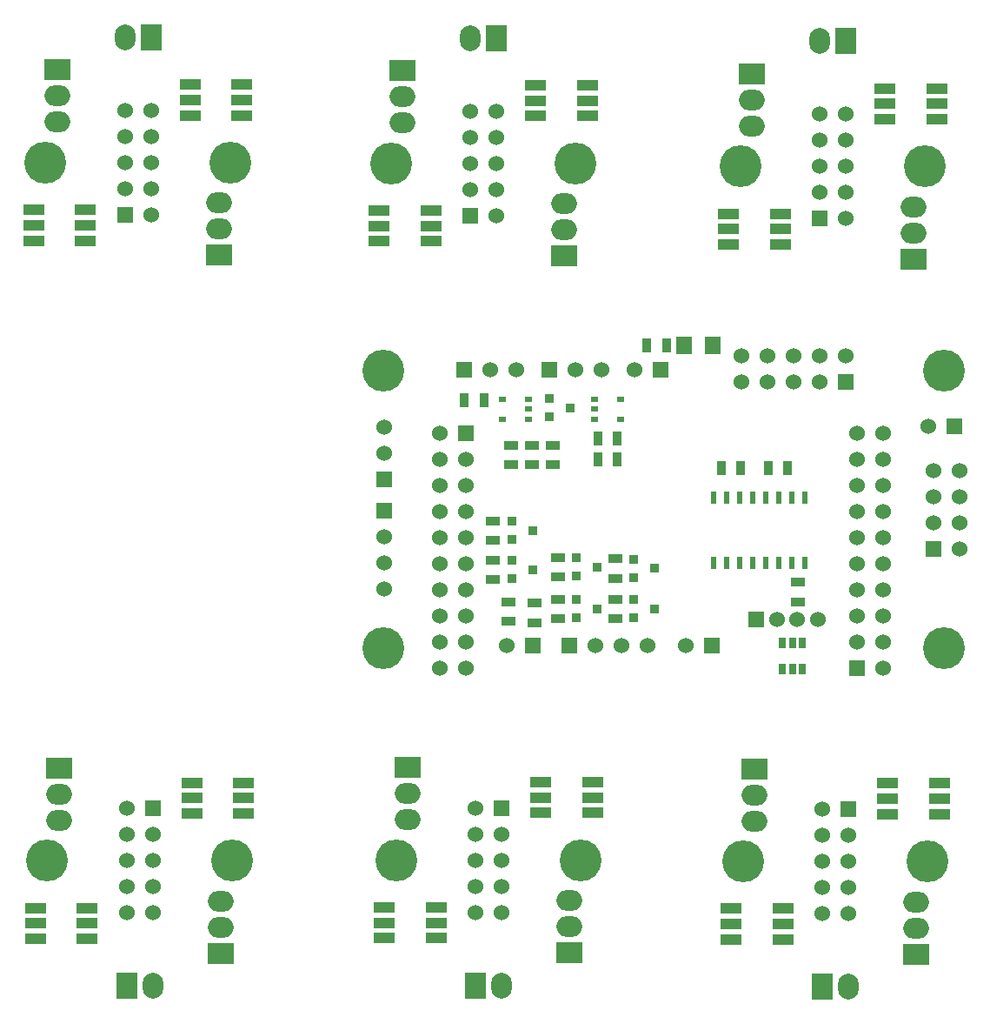
<source format=gts>
G04 (created by PCBNEW (2013-may-18)-stable) date Чт 26 май 2016 23:42:55*
%MOIN*%
G04 Gerber Fmt 3.4, Leading zero omitted, Abs format*
%FSLAX34Y34*%
G01*
G70*
G90*
G04 APERTURE LIST*
%ADD10C,0.00590551*%
%ADD11R,0.0787402X0.0393701*%
%ADD12R,0.0984252X0.0787402*%
%ADD13O,0.0984252X0.0787402*%
%ADD14R,0.0787402X0.0984252*%
%ADD15O,0.0787402X0.0984252*%
%ADD16R,0.06X0.06*%
%ADD17C,0.06*%
%ADD18C,0.16*%
%ADD19R,0.036X0.036*%
%ADD20R,0.02X0.045*%
%ADD21R,0.035X0.055*%
%ADD22R,0.055X0.035*%
%ADD23R,0.03X0.02*%
%ADD24R,0.0276X0.0394*%
%ADD25R,0.0629X0.0709*%
G04 APERTURE END LIST*
G54D10*
G54D11*
X36609Y-52740D03*
X36609Y-52150D03*
X36609Y-51559D03*
X34640Y-51559D03*
X34640Y-52150D03*
X34640Y-52740D03*
X40640Y-46759D03*
X40640Y-47350D03*
X40640Y-47940D03*
X42609Y-47940D03*
X42609Y-47350D03*
X42609Y-46759D03*
G54D12*
X35525Y-46200D03*
G54D13*
X35525Y-47200D03*
X35525Y-48200D03*
G54D12*
X41725Y-53300D03*
G54D13*
X41725Y-52300D03*
X41725Y-51300D03*
G54D14*
X38125Y-54550D03*
G54D15*
X39125Y-54550D03*
G54D16*
X39125Y-47750D03*
G54D17*
X38125Y-47750D03*
X39125Y-48750D03*
X38125Y-48750D03*
X39125Y-49750D03*
X38125Y-49750D03*
X39125Y-50750D03*
X38125Y-50750D03*
X39125Y-51750D03*
X38125Y-51750D03*
G54D18*
X35081Y-49750D03*
X42168Y-49750D03*
X55543Y-49725D03*
X48456Y-49725D03*
G54D16*
X52500Y-47725D03*
G54D17*
X51500Y-47725D03*
X52500Y-48725D03*
X51500Y-48725D03*
X52500Y-49725D03*
X51500Y-49725D03*
X52500Y-50725D03*
X51500Y-50725D03*
X52500Y-51725D03*
X51500Y-51725D03*
G54D14*
X51500Y-54525D03*
G54D15*
X52500Y-54525D03*
G54D12*
X55100Y-53275D03*
G54D13*
X55100Y-52275D03*
X55100Y-51275D03*
G54D12*
X48900Y-46175D03*
G54D13*
X48900Y-47175D03*
X48900Y-48175D03*
G54D11*
X54015Y-46734D03*
X54015Y-47325D03*
X54015Y-47915D03*
X55984Y-47915D03*
X55984Y-47325D03*
X55984Y-46734D03*
X49984Y-52715D03*
X49984Y-52125D03*
X49984Y-51534D03*
X48015Y-51534D03*
X48015Y-52125D03*
X48015Y-52715D03*
X63284Y-52765D03*
X63284Y-52175D03*
X63284Y-51584D03*
X61315Y-51584D03*
X61315Y-52175D03*
X61315Y-52765D03*
X67315Y-46784D03*
X67315Y-47375D03*
X67315Y-47965D03*
X69284Y-47965D03*
X69284Y-47375D03*
X69284Y-46784D03*
G54D12*
X62200Y-46225D03*
G54D13*
X62200Y-47225D03*
X62200Y-48225D03*
G54D12*
X68400Y-53325D03*
G54D13*
X68400Y-52325D03*
X68400Y-51325D03*
G54D14*
X64800Y-54575D03*
G54D15*
X65800Y-54575D03*
G54D16*
X65800Y-47775D03*
G54D17*
X64800Y-47775D03*
X65800Y-48775D03*
X64800Y-48775D03*
X65800Y-49775D03*
X64800Y-49775D03*
X65800Y-50775D03*
X64800Y-50775D03*
X65800Y-51775D03*
X64800Y-51775D03*
G54D18*
X61756Y-49775D03*
X68843Y-49775D03*
G54D11*
X40565Y-20009D03*
X40565Y-20600D03*
X40565Y-21190D03*
X42534Y-21190D03*
X42534Y-20600D03*
X42534Y-20009D03*
X36534Y-25990D03*
X36534Y-25400D03*
X36534Y-24809D03*
X34565Y-24809D03*
X34565Y-25400D03*
X34565Y-25990D03*
G54D12*
X41650Y-26550D03*
G54D13*
X41650Y-25550D03*
X41650Y-24550D03*
G54D12*
X35450Y-19450D03*
G54D13*
X35450Y-20450D03*
X35450Y-21450D03*
G54D14*
X39050Y-18200D03*
G54D15*
X38050Y-18200D03*
G54D16*
X38050Y-25000D03*
G54D17*
X39050Y-25000D03*
X38050Y-24000D03*
X39050Y-24000D03*
X38050Y-23000D03*
X39050Y-23000D03*
X38050Y-22000D03*
X39050Y-22000D03*
X38050Y-21000D03*
X39050Y-21000D03*
G54D18*
X42093Y-23000D03*
X35006Y-23000D03*
X48256Y-23025D03*
X55343Y-23025D03*
G54D16*
X51300Y-25025D03*
G54D17*
X52300Y-25025D03*
X51300Y-24025D03*
X52300Y-24025D03*
X51300Y-23025D03*
X52300Y-23025D03*
X51300Y-22025D03*
X52300Y-22025D03*
X51300Y-21025D03*
X52300Y-21025D03*
G54D14*
X52300Y-18225D03*
G54D15*
X51300Y-18225D03*
G54D12*
X48700Y-19475D03*
G54D13*
X48700Y-20475D03*
X48700Y-21475D03*
G54D12*
X54900Y-26575D03*
G54D13*
X54900Y-25575D03*
X54900Y-24575D03*
G54D11*
X49784Y-26015D03*
X49784Y-25425D03*
X49784Y-24834D03*
X47815Y-24834D03*
X47815Y-25425D03*
X47815Y-26015D03*
X53815Y-20034D03*
X53815Y-20625D03*
X53815Y-21215D03*
X55784Y-21215D03*
X55784Y-20625D03*
X55784Y-20034D03*
X67215Y-20159D03*
X67215Y-20750D03*
X67215Y-21340D03*
X69184Y-21340D03*
X69184Y-20750D03*
X69184Y-20159D03*
X63184Y-26140D03*
X63184Y-25550D03*
X63184Y-24959D03*
X61215Y-24959D03*
X61215Y-25550D03*
X61215Y-26140D03*
G54D12*
X68300Y-26700D03*
G54D13*
X68300Y-25700D03*
X68300Y-24700D03*
G54D12*
X62100Y-19600D03*
G54D13*
X62100Y-20600D03*
X62100Y-21600D03*
G54D14*
X65700Y-18350D03*
G54D15*
X64700Y-18350D03*
G54D16*
X64700Y-25150D03*
G54D17*
X65700Y-25150D03*
X64700Y-24150D03*
X65700Y-24150D03*
X64700Y-23150D03*
X65700Y-23150D03*
X64700Y-22150D03*
X65700Y-22150D03*
X64700Y-21150D03*
X65700Y-21150D03*
G54D18*
X68743Y-23150D03*
X61656Y-23150D03*
G54D19*
X54325Y-32750D03*
X54325Y-32050D03*
X55125Y-32400D03*
G54D20*
X60645Y-35840D03*
X61645Y-35840D03*
X62145Y-35840D03*
X62645Y-35840D03*
X63145Y-35840D03*
X63645Y-35840D03*
X64145Y-35840D03*
X64145Y-38340D03*
X63645Y-38340D03*
X63145Y-38340D03*
X62645Y-38340D03*
X62145Y-38340D03*
X61645Y-38340D03*
X61145Y-38340D03*
X60645Y-38340D03*
X61145Y-35840D03*
G54D21*
X62725Y-34700D03*
X63475Y-34700D03*
G54D22*
X54450Y-33825D03*
X54450Y-34575D03*
X53650Y-34575D03*
X53650Y-33825D03*
G54D16*
X51050Y-30950D03*
G54D17*
X52050Y-30950D03*
X53050Y-30950D03*
G54D16*
X58600Y-30950D03*
G54D17*
X57600Y-30950D03*
G54D16*
X51137Y-33367D03*
G54D17*
X50137Y-33367D03*
X51137Y-34367D03*
X50137Y-34367D03*
X51137Y-35367D03*
X50137Y-35367D03*
X51137Y-36367D03*
X50137Y-36367D03*
X51137Y-37367D03*
X50137Y-37367D03*
X51137Y-38367D03*
X50137Y-38367D03*
X51137Y-39367D03*
X50137Y-39367D03*
X51137Y-40367D03*
X50137Y-40367D03*
X51137Y-41367D03*
X50137Y-41367D03*
X51137Y-42367D03*
X50137Y-42367D03*
G54D16*
X66137Y-42367D03*
G54D17*
X67137Y-42367D03*
X66137Y-41367D03*
X67137Y-41367D03*
X66137Y-40367D03*
X67137Y-40367D03*
X66137Y-39367D03*
X67137Y-39367D03*
X66137Y-38367D03*
X67137Y-38367D03*
X66137Y-37367D03*
X67137Y-37367D03*
X66137Y-36367D03*
X67137Y-36367D03*
X66137Y-35367D03*
X67137Y-35367D03*
X66137Y-34367D03*
X67137Y-34367D03*
X66137Y-33367D03*
X67137Y-33367D03*
G54D23*
X53525Y-32825D03*
X53525Y-32075D03*
X52525Y-32825D03*
X53525Y-32450D03*
X52525Y-32075D03*
G54D24*
X63275Y-41400D03*
X63650Y-41400D03*
X64025Y-41400D03*
X64025Y-42400D03*
X63650Y-42400D03*
X63275Y-42400D03*
G54D23*
X56075Y-32075D03*
X56075Y-32825D03*
X57075Y-32075D03*
X56075Y-32450D03*
X57075Y-32825D03*
G54D21*
X61675Y-34700D03*
X60925Y-34700D03*
G54D22*
X52850Y-34575D03*
X52850Y-33825D03*
X63850Y-39825D03*
X63850Y-39075D03*
G54D21*
X56185Y-33580D03*
X56935Y-33580D03*
X58825Y-30000D03*
X58075Y-30000D03*
X56935Y-34360D03*
X56185Y-34360D03*
X51825Y-32100D03*
X51075Y-32100D03*
G54D16*
X54325Y-30950D03*
G54D17*
X55325Y-30950D03*
X56325Y-30950D03*
G54D16*
X62268Y-40500D03*
G54D17*
X63056Y-40500D03*
X63843Y-40500D03*
X64631Y-40500D03*
G54D16*
X69050Y-37800D03*
G54D17*
X70050Y-37800D03*
X69050Y-36800D03*
X70050Y-36800D03*
X69050Y-35800D03*
X70050Y-35800D03*
X69050Y-34800D03*
X70050Y-34800D03*
G54D18*
X69450Y-30970D03*
X69450Y-41600D03*
X47950Y-41600D03*
X47950Y-30970D03*
G54D16*
X65700Y-31400D03*
G54D17*
X65700Y-30400D03*
X64700Y-31400D03*
X64700Y-30400D03*
X63700Y-31400D03*
X63700Y-30400D03*
X62700Y-31400D03*
X62700Y-30400D03*
X61700Y-31400D03*
X61700Y-30400D03*
G54D19*
X55350Y-38850D03*
X55350Y-38150D03*
X56150Y-38500D03*
G54D25*
X60609Y-30000D03*
X59491Y-30000D03*
G54D16*
X48000Y-35150D03*
G54D17*
X48000Y-34150D03*
X48000Y-33150D03*
G54D19*
X52900Y-37450D03*
X52900Y-36750D03*
X53700Y-37100D03*
X55350Y-40450D03*
X55350Y-39750D03*
X56150Y-40100D03*
X57550Y-40450D03*
X57550Y-39750D03*
X58350Y-40100D03*
X57550Y-38900D03*
X57550Y-38200D03*
X58350Y-38550D03*
X52900Y-38950D03*
X52900Y-38250D03*
X53700Y-38600D03*
G54D22*
X52150Y-38225D03*
X52150Y-38975D03*
X52150Y-36725D03*
X52150Y-37475D03*
X52750Y-39825D03*
X52750Y-40575D03*
X53750Y-39875D03*
X53750Y-40625D03*
X56850Y-38175D03*
X56850Y-38925D03*
X56850Y-39725D03*
X56850Y-40475D03*
X54650Y-39725D03*
X54650Y-40475D03*
X54650Y-38125D03*
X54650Y-38875D03*
G54D16*
X48000Y-36350D03*
G54D17*
X48000Y-37350D03*
X48000Y-38350D03*
X48000Y-39350D03*
G54D16*
X60550Y-41500D03*
G54D17*
X59550Y-41500D03*
G54D16*
X69850Y-33100D03*
G54D17*
X68850Y-33100D03*
G54D16*
X53700Y-41500D03*
G54D17*
X52700Y-41500D03*
G54D16*
X55100Y-41500D03*
G54D17*
X56100Y-41500D03*
X57100Y-41500D03*
X58100Y-41500D03*
M02*

</source>
